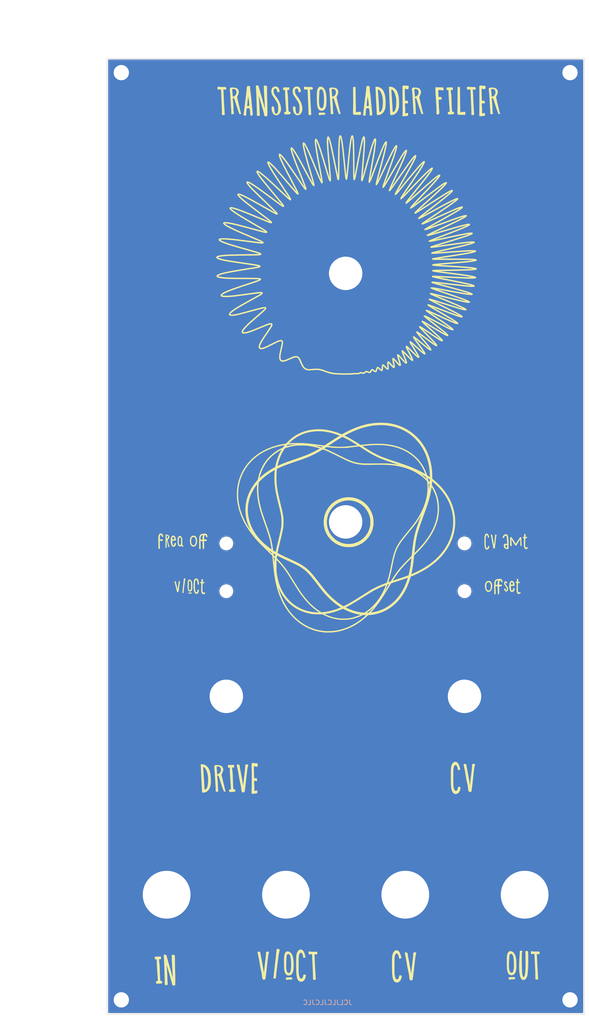
<source format=kicad_pcb>
(kicad_pcb (version 20171130) (host pcbnew 5.1.5+dfsg1-2build2)
  (layers (0 F.Cu signal) (31 B.Cu signal) (34 B.Paste user) (35 F.Paste user) (36 B.SilkS user) (37 F.SilkS user) (38 B.Mask user) (39 F.Mask user) (44 Edge.Cuts user))
  (net 0 "")
  (net 1 GND)
  (module leaf:complete_silk (layer F.Cu) (at 110.5 140.5)
    (fp_text reference G*** hide)
    (fp_text value LOGO hide)
  )
  (module Kosmo_panel:Kosmo_Trimmer_Pot_Hole (layer F.Cu) (at 134.9 141.5)
    (fp_text reference H16)
    (fp_text value cvamtrim)
    (pad "" np_thru_hole circle (at 0 0) (size 2.5 2.5) (drill 2.5) (layers *.Cu *.Mask))
  )
  (module Kosmo_panel:Kosmo_Trimmer_Pot_Hole (layer F.Cu) (at 85 141.5)
    (fp_text reference H15)
    (fp_text value "freqoffset trim")
    (pad "" np_thru_hole circle (at 0 0) (size 2.5 2.5) (drill 2.5) (layers *.Cu *.Mask))
  )
  (module Kosmo_panel:Kosmo_Trimmer_Pot_Hole (layer F.Cu) (at 85 151.5)
    (fp_text reference H14)
    (fp_text value offsettrim)
    (pad "" np_thru_hole circle (at 0 0) (size 2.5 2.5) (drill 2.5) (layers *.Cu *.Mask))
  )
  (module Kosmo_panel:Kosmo_Panel_Mounting_Hole (layer F.Cu) (at 157 237)
    (fp_text reference H13)
    (fp_text value mounting)
    (pad 1 thru_hole circle (at 0 0) (size 4 4) (drill 3.2) (layers *.Cu *.Mask) (net 1 GND))
  )
  (module Kosmo_panel:Kosmo_Panel_Mounting_Hole (layer F.Cu) (at 157 43)
    (fp_text reference H12)
    (fp_text value mounting)
    (pad 1 thru_hole circle (at 0 0) (size 4 4) (drill 3.2) (layers *.Cu *.Mask) (net 1 GND))
  )
  (module Kosmo_panel:Kosmo_Panel_Mounting_Hole (layer F.Cu) (at 63 237)
    (fp_text reference H11)
    (fp_text value mounting)
    (pad 1 thru_hole circle (at 0 0) (size 4 4) (drill 3.2) (layers *.Cu *.Mask) (net 1 GND))
  )
  (module Kosmo_panel:Kosmo_Panel_Mounting_Hole (layer F.Cu) (at 63 43)
    (fp_text reference H10)
    (fp_text value mounting)
    (pad 1 thru_hole circle (at 0 0) (size 4 4) (drill 3.2) (layers *.Cu *.Mask) (net 1 GND))
  )
  (module Kosmo_panel:Kosmo_Trimmer_Pot_Hole (layer F.Cu) (at 134.9 151.5)
    (fp_text reference H9)
    (fp_text value "voct trim")
    (pad "" np_thru_hole circle (at 0 0) (size 2.5 2.5) (drill 2.5) (layers *.Cu *.Mask))
  )
  (module Kosmo_panel:Kosmo_Jack_Hole (layer F.Cu) (at 97.5 215)
    (fp_text reference H8)
    (fp_text value cv)
    (pad 1 thru_hole circle (at 0 0) (size 14 14) (drill 10) (layers *.Cu *.Mask) (net 1 GND))
  )
  (module Kosmo_panel:Kosmo_Jack_Hole (layer F.Cu) (at 147.5 215)
    (fp_text reference H7)
    (fp_text value "audio in")
    (pad 1 thru_hole circle (at 0 0) (size 14 14) (drill 10) (layers *.Cu *.Mask) (net 1 GND))
  )
  (module Kosmo_panel:Kosmo_Jack_Hole (layer F.Cu) (at 122.5 215)
    (fp_text reference H6)
    (fp_text value voctin)
    (pad 1 thru_hole circle (at 0 0) (size 14 14) (drill 10) (layers *.Cu *.Mask) (net 1 GND))
  )
  (module Kosmo_panel:Kosmo_Pot_Hole (layer F.Cu) (at 134.9 173.5)
    (fp_text reference H5)
    (fp_text value drive)
    (pad 1 thru_hole circle (at 0 0) (size 9 9) (drill 7) (layers *.Cu *.Mask) (net 1 GND))
  )
  (module Kosmo_panel:Kosmo_Pot_Hole (layer F.Cu) (at 110 137)
    (fp_text reference H4)
    (fp_text value resonance)
    (pad 1 thru_hole circle (at 0 0) (size 9 9) (drill 7) (layers *.Cu *.Mask) (net 1 GND))
  )
  (module Kosmo_panel:Kosmo_Pot_Hole (layer F.Cu) (at 85 173.5)
    (fp_text reference H3)
    (fp_text value "cv amount")
    (pad 1 thru_hole circle (at 0 0) (size 9 9) (drill 7) (layers *.Cu *.Mask) (net 1 GND))
  )
  (module Kosmo_panel:Kosmo_Jack_Hole (layer F.Cu) (at 72.5 215)
    (fp_text reference H2)
    (fp_text value "audio out")
    (pad 1 thru_hole circle (at 0 0) (size 14 14) (drill 10) (layers *.Cu *.Mask) (net 1 GND))
  )
  (module Kosmo_panel:Kosmo_Pot_Hole (layer F.Cu) (at 110 85)
    (fp_text reference H1)
    (fp_text value frequency)
    (pad 1 thru_hole circle (at 0 0) (size 9 9) (drill 7) (layers *.Cu *.Mask) (net 1 GND))
  )
  (gr_text JCLJLCJLCJLC (at 106.2 237.55) (layer B.SilkS) (effects (font (size 1 1)) (justify mirror)))
  (gr_line (start 160 40) (end 60 40) (layer Edge.Cuts) (width 0.1))
  (gr_line (start 160 240) (end 160 40) (layer Edge.Cuts) (width 0.1))
  (gr_line (start 60 240) (end 160 240) (layer Edge.Cuts) (width 0.1))
  (gr_line (start 60 40) (end 60 240) (layer Edge.Cuts) (width 0.1))
  (zone (net 1) (net_name GND) (layer F.Cu) (connect_pads yes (clearance 0.2)) (min_thickness 0.254) (fill yes (arc_segments 32) (thermal_gap 0.508) (thermal_bridge_width 0.508))
    (polygon (pts (xy 160.5 240) (xy 59.7 239.8) (xy 59.5 38.9) (xy 160.3 38.9)))
  )
  (zone (net 1) (net_name GND) (layer B.Cu) (connect_pads yes (clearance 0.2)) (min_thickness 0.254) (fill yes (arc_segments 32) (thermal_gap 0.508) (thermal_bridge_width 0.508))
    (polygon (pts (xy 161 240.7) (xy 59.4 241.3) (xy 59.7 39.7) (xy 160.3 39.7)))
  )
)
</source>
